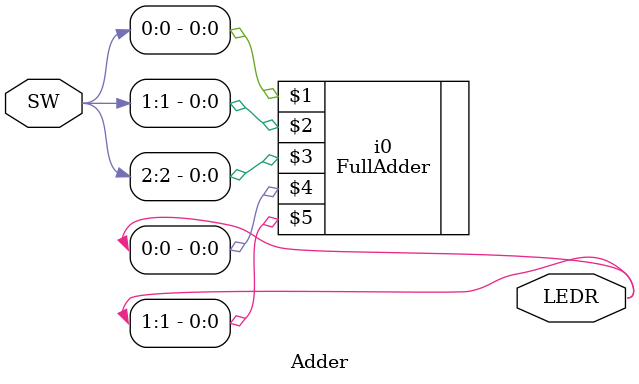
<source format=sv>

module Adder
(
    input logic [2:0] SW,   // 3 input bits (2 numbers + carry in)
    output logic [1:0] LEDR // 2 output bits (sum + carry out)
);

    // use a full adder to add the 3 bits
    FullAdder i0(SW[0], SW[1], SW[2], LEDR[0], LEDR[1]);
endmodule

</source>
